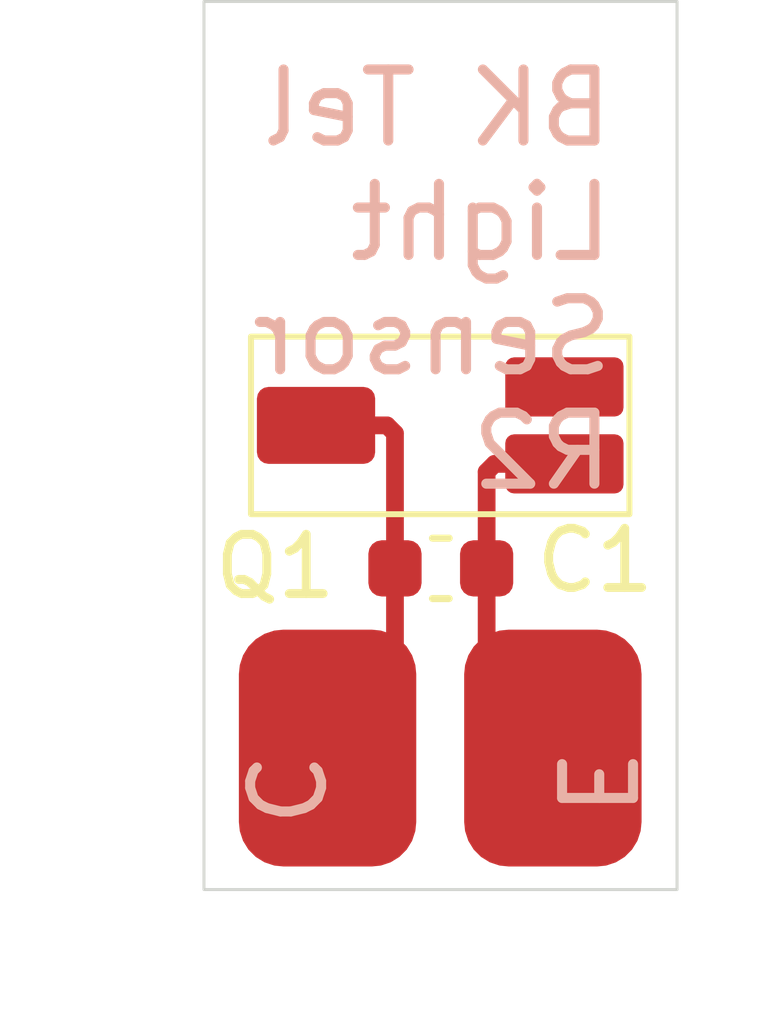
<source format=kicad_pcb>
(kicad_pcb (version 20241229) (generator "pcbnew") (generator_version "9.0")
  (layers (0 "F.Cu" signal) (2 "B.Cu" signal) (13 "F.Paste" user) (15 "B.Paste" user) (5 "F.SilkS" user "F.Silkscreen") (7 "B.SilkS" user "B.Silkscreen") (1 "F.Mask" user) (3 "B.Mask" user) (25 "Edge.Cuts" user))
  (net 0 "")
  (net 1 "/Emitter")
  (net 2 "/Collector")
  (footprint "My_Footprints:SFH-3410" (layer "F.Cu") (at 156.005 93.18)
    (property "Reference" "Q1" (at -2.8 2.365 0) (layer "F.SilkS"))
    (property "Value" "Q_Photo_NPN_EC")
    (fp_rect (start -3.21 -1.52) (end 3.19 1.48) (stroke (width 0.1)) (fill no) (layer "F.SilkS"))
    (pad "1" smd roundrect (at 2.09 0.63) (size 2 1) (layers "F.Cu" "F.Mask" "F.Paste") (roundrect_rratio 0.15) (net 1 "/Emitter"))
    (pad "2" smd roundrect (at -2.11 -0.02) (size 2 1.3) (layers "F.Cu" "F.Mask" "F.Paste") (roundrect_rratio 0.15) (net 2 "/Collector"))
    (pad "3" smd roundrect (at 2.09 -0.67) (size 2 1) (layers "F.Cu" "F.Mask" "F.Paste") (roundrect_rratio 0.15))
  )
  (footprint "My_Footprints:pad_smd_3x4" (layer "F.Cu") (at 158.1 98.61 -90)
    (property "Reference" "J4" (hide yes))
    (property "Value" "Conn_01x01")
    (pad "1" smd roundrect (at 0 0.2) (size 3 4) (layers "F.Cu" "F.Mask" "F.Paste") (net 1 "/Emitter"))
  )
  (footprint "Capacitor_SMD:C_0603_1608Metric" (layer "F.Cu") (at 156.005 95.575)
    (property "Reference" "C1" (at 2.61 -0.13225 0) (layer "F.SilkS"))
    (property "Value" "0.1uF")
    (fp_line (start -0.14058 -0.51) (end 0.14058 -0.51) (stroke (width 0.12)) (layer "F.SilkS"))
    (fp_line (start -0.14058 0.51) (end 0.14058 0.51) (stroke (width 0.12)) (layer "F.SilkS"))
    (pad "1" smd roundrect (at -0.775 0) (size 0.9 0.95) (layers "F.Cu" "F.Mask" "F.Paste") (net 2 "/Collector"))
    (pad "2" smd roundrect (at 0.775 0) (size 0.9 0.95) (layers "F.Cu" "F.Mask" "F.Paste") (net 1 "/Emitter"))
  )
  (footprint "My_Footprints:pad_smd_3x4" (layer "F.Cu") (at 154.29 98.61 -90)
    (property "Reference" "J3" (hide yes))
    (property "Value" "Conn_01x01")
    (pad "1" smd roundrect (at 0 0.2) (size 3 4) (layers "F.Cu" "F.Mask" "F.Paste") (net 2 "/Collector"))
  )
  (gr_rect (start 152 86) (end 160 101) (stroke (width 0.05)) (fill no) (layer "Edge.Cuts"))
  (gr_text "E" (at 157.9 99.85 270) (layer "B.SilkS") (effects (font (size 1.2 1.2) (thickness 0.17)) (justify left bottom mirror)))
  (gr_text "BK Tel\nLight\nSensor\nR2\n" (at 159 94.3 0) (layer "B.SilkS") (effects (font (size 1.2 1.2) (thickness 0.17)) (justify left bottom mirror)))
  (gr_text "C" (at 152.625 100.021429 270) (layer "B.SilkS") (effects (font (size 1.2 1.2) (thickness 0.17)) (justify left bottom mirror)))
  (segment (start 156.78 95.575) (end 156.78 93.945) (width 0.3) (layer "F.Cu") (net 1))
  (segment (start 156.78 95.575) (end 156.78 97.49) (width 0.3) (layer "F.Cu") (net 1))
  (segment (start 156.78 97.49) (end 157.9 98.61) (width 0.3) (layer "F.Cu") (net 1))
  (segment (start 156.78 93.945) (end 156.915 93.81) (width 0.3) (layer "F.Cu") (net 1))
  (segment (start 156.915 93.81) (end 158.095 93.81) (width 0.3) (layer "F.Cu") (net 1))
  (segment (start 155.23 93.295) (end 155.095 93.16) (width 0.3) (layer "F.Cu") (net 2))
  (segment (start 153.895 93.16) (end 155.095 93.16) (width 0.3) (layer "F.Cu") (net 2))
  (segment (start 155.23 97.47) (end 154.09 98.61) (width 0.3) (layer "F.Cu") (net 2))
  (segment (start 155.23 95.575) (end 155.23 97.47) (width 0.3) (layer "F.Cu") (net 2))
  (segment (start 155.23 95.575) (end 155.23 93.295) (width 0.3) (layer "F.Cu") (net 2))
)
</source>
